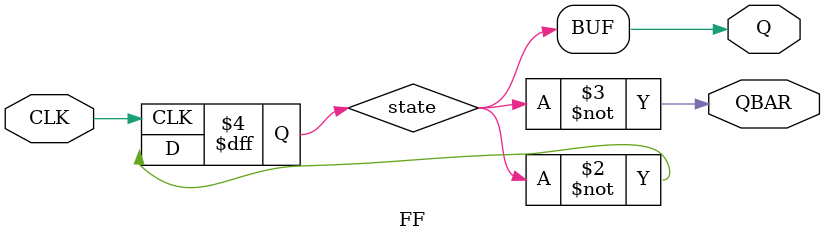
<source format=v>
module FF(CLK, Q, QBAR); 
 
	input CLK; 
 
	output QBAR; 
	output Q; 
 
	wire CLK; 
	wire Q; 
	wire QBAR; 
	 
	reg state; 
	 
	always @(posedge CLK) 
	begin 
		begin 
			state <= ~state; 
		end 
	end 
	 
	assign QBAR = ~state; 
	assign Q = state; 
 
endmodule 


</source>
